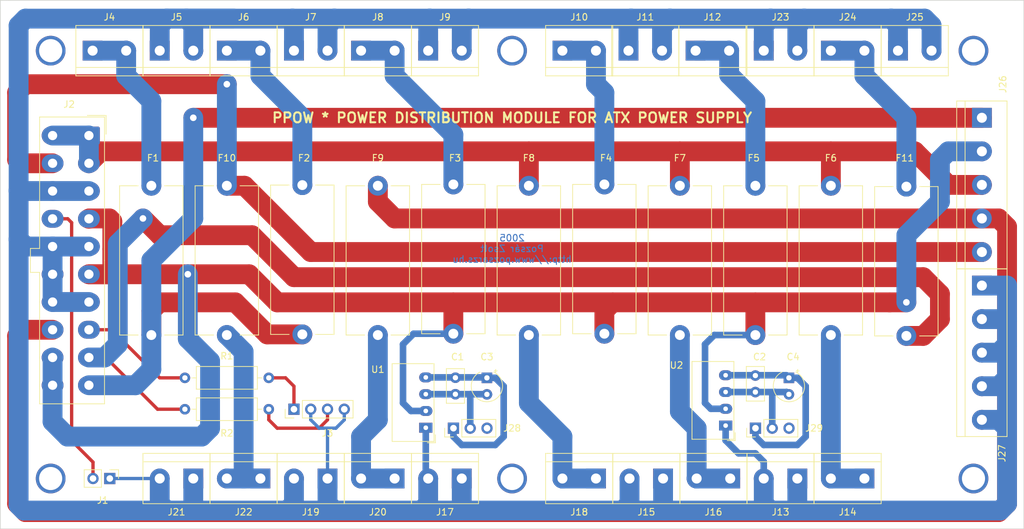
<source format=kicad_pcb>
(kicad_pcb (version 20211014) (generator pcbnew)
  (title_block (title "PPOW - Power distribution modul") (date "2025-05-15") (rev "1.0") (company "Pozsár Zsolt") (comment 1 "Zaccheus Microcomputer"))
  (layers (0 "F.Cu" signal) (31 "B.Cu" signal) (34 "B.Paste" user) (35 "F.Paste" user) (36 "B.SilkS" user "B.Silkscreen") (37 "F.SilkS" user "F.Silkscreen") (38 "B.Mask" user) (39 "F.Mask" user) (44 "Edge.Cuts" user))
  (net 0 "")
  (net 1 "Net-(U1-Pad4)")
  (net 2 "Net-(F6-Pad2)")
  (net 3 "Net-(F5-Pad2)")
  (net 4 "Net-(F4-Pad2)")
  (net 5 "Net-(F3-Pad2)")
  (net 6 "Net-(F2-Pad2)")
  (net 7 "Net-(F1-Pad2)")
  (net 8 "Net-(F7-Pad2)")
  (net 9 "Net-(F8-Pad2)")
  (net 10 "Net-(F9-Pad2)")
  (net 11 "Net-(F10-Pad2)")
  (net 12 "Net-(F11-Pad2)")
  (net 13 "Net-(F1-Pad1)")
  (net 14 "Net-(F3-Pad1)")
  (net 15 "Net-(U1-Pad3)")
  (net 16 "Net-(C2-Pad1)")
  (net 17 "Net-(J2-Pad8)")
  (net 18 "Net-(C2-Pad2)")
  (net 21 "Net-(J3-Pad1)")
  (net 22 "Net-(J3-Pad3)")
  (net 23 "Net-(F6-Pad1)")
  (net 24 "Net-(F9-Pad1)")
  (net 25 "Net-(F10-Pad1)")
  (net 26 "Net-(F11-Pad1)")
  (net 27 "Net-(J1-Pad1)")
  (net 28 "Net-(J1-Pad2)")
  (footprint "Capacitor_THT:C_Disc_D5.0mm_W2.5mm_P2.50mm" (layer "F.Cu") (at 176.53 120.3025 -90)
    (fp_text reference "C2" (at -2.8275 -0.635 180) (layer "F.SilkS"))
    (fp_text value "100n")
    (pad "1" thru_hole circle (at 0 0 270) (size 1.6 1.6) (drill 0.8) (layers *.Cu *.Mask) (net 16 "Net-(C2-Pad1)"))
    (pad "2" thru_hole circle (at 2.5 0 270) (size 1.6 1.6) (drill 0.8) (layers *.Cu *.Mask) (net 18 "Net-(C2-Pad2)"))
  )
  (footprint "TerminalBlock:TerminalBlock_bornier-2_P5.08mm" (layer "F.Cu") (at 111.76 135.89 180)
    (fp_text reference "J19" (at 2.54 -5.08) (layer "F.SilkS"))
    (fp_text value "Screw_Terminal_01x02" hide)
    (pad "1" thru_hole rect (at 0 0 180) (size 3 3) (drill 1.52) (layers *.Cu *.Mask) (net 27 "Net-(J1-Pad1)"))
    (pad "2" thru_hole circle (at 5.08 0 180) (size 3 3) (drill 1.52) (layers *.Cu *.Mask) (net 27 "Net-(J1-Pad1)"))
  )
  (footprint "Fuse:Fuseholder_Cylinder-5x20mm_Stelvio-Kontek_PTF78_Horizontal_Open" (layer "F.Cu") (at 119.38 91.57 -90)
    (fp_text reference "F9" (at -4.194 0 180) (layer "F.SilkS"))
    (fp_text value "Fuse" hide)
    (pad "1" thru_hole circle (at 0 0 270) (size 3 3) (drill 1.5) (layers *.Cu *.Mask) (net 24 "Net-(F9-Pad1)"))
    (pad "2" thru_hole circle (at 22.6 0 270) (size 3 3) (drill 1.5) (layers *.Cu *.Mask) (net 10 "Net-(F9-Pad2)"))
  )
  (footprint "Fuse:Fuseholder_Cylinder-5x20mm_Stelvio-Kontek_PTF78_Horizontal_Open" (layer "F.Cu") (at 187.96 91.57 -90)
    (fp_text reference "F6" (at -4.194 0 180) (layer "F.SilkS"))
    (fp_text value "Fuse" hide)
    (pad "1" thru_hole circle (at 0 0 270) (size 3 3) (drill 1.5) (layers *.Cu *.Mask) (net 23 "Net-(F6-Pad1)"))
    (pad "2" thru_hole circle (at 22.6 0 270) (size 3 3) (drill 1.5) (layers *.Cu *.Mask) (net 2 "Net-(F6-Pad2)"))
  )
  (footprint "Converter_DCDC:Converter_DCDC_Murata_CRE1xxxxxxSC_THT" (layer "F.Cu") (at 126.6375 128.2025 180)
    (fp_text reference "U1" (at 7.2575 8.8225) (layer "F.SilkS"))
    (fp_text value "ROM-0524S")
    (pad "1" thru_hole rect (at 0 0 90) (size 1.5 2) (drill 0.7) (layers *.Cu *.Mask) (net 27 "Net-(J1-Pad1)"))
    (pad "2" thru_hole oval (at 0 2.54 90) (size 1.5 2) (drill 0.7) (layers *.Cu *.Mask) (net 14 "Net-(F3-Pad1)"))
    (pad "3" thru_hole oval (at 0 5.08 90) (size 1.5 2) (drill 0.7) (layers *.Cu *.Mask) (net 15 "Net-(U1-Pad3)"))
    (pad "4" thru_hole oval (at 0 7.62 90) (size 1.5 2) (drill 0.7) (layers *.Cu *.Mask) (net 1 "Net-(U1-Pad4)"))
  )
  (footprint "Converter_DCDC:Converter_DCDC_Murata_CRE1xxxxxxSC_THT" (layer "F.Cu") (at 172.0275 127.875 180)
    (fp_text reference "U2" (at 7.4355 9.13) (layer "F.SilkS"))
    (fp_text value "ROM-0524S")
    (pad "1" thru_hole rect (at 0 0 90) (size 1.5 2) (drill 0.7) (layers *.Cu *.Mask) (net 27 "Net-(J1-Pad1)"))
    (pad "2" thru_hole oval (at 0 2.54 90) (size 1.5 2) (drill 0.7) (layers *.Cu *.Mask) (net 14 "Net-(F3-Pad1)"))
    (pad "3" thru_hole oval (at 0 5.08 90) (size 1.5 2) (drill 0.7) (layers *.Cu *.Mask) (net 18 "Net-(C2-Pad2)"))
    (pad "4" thru_hole oval (at 0 7.62 90) (size 1.5 2) (drill 0.7) (layers *.Cu *.Mask) (net 16 "Net-(C2-Pad1)"))
  )
  (footprint "Resistor_THT:R_Axial_DIN0309_L9.0mm_D3.2mm_P12.70mm_Horizontal" (layer "F.Cu") (at 90.17 120.65)
    (fp_text reference "R1" (at 6.35 -3.302) (layer "F.SilkS"))
    (fp_text value "470")
    (pad "1" thru_hole circle (at 0 0) (size 1.6 1.6) (drill 0.8) (layers *.Cu *.Mask) (net 17 "Net-(J2-Pad8)"))
    (pad "2" thru_hole oval (at 12.7 0) (size 1.6 1.6) (drill 0.8) (layers *.Cu *.Mask) (net 21 "Net-(J3-Pad1)"))
  )
  (footprint "Fuse:Fuseholder_Cylinder-5x20mm_Stelvio-Kontek_PTF78_Horizontal_Open" (layer "F.Cu") (at 107.95 114.07 90)
    (fp_text reference "F2" (at 26.694 0.254 180) (layer "F.SilkS"))
    (fp_text value "Fuse" hide)
    (pad "1" thru_hole circle (at 0 0 90) (size 3 3) (drill 1.5) (layers *.Cu *.Mask) (net 13 "Net-(F1-Pad1)"))
    (pad "2" thru_hole circle (at 22.6 0 90) (size 3 3) (drill 1.5) (layers *.Cu *.Mask) (net 6 "Net-(F2-Pad2)"))
  )
  (footprint "TerminalBlock:TerminalBlock_bornier-2_P5.08mm" (layer "F.Cu") (at 177.8 71.12)
    (fp_text reference "J23" (at 2.54 -5.08) (layer "F.SilkS"))
    (fp_text value "Screw_Terminal_01x02" hide)
    (pad "1" thru_hole rect (at 0 0) (size 3 3) (drill 1.52) (layers *.Cu *.Mask) (net 27 "Net-(J1-Pad1)"))
    (pad "2" thru_hole circle (at 5.08 0) (size 3 3) (drill 1.52) (layers *.Cu *.Mask) (net 27 "Net-(J1-Pad1)"))
  )
  (footprint "TerminalBlock:TerminalBlock_bornier-2_P5.08mm" (layer "F.Cu") (at 193.04 135.89 180)
    (fp_text reference "J14" (at 2.54 -5.08) (layer "F.SilkS"))
    (fp_text value "Screw_Terminal_01x02" hide)
    (pad "1" thru_hole rect (at 0 0 180) (size 3 3) (drill 1.52) (layers *.Cu *.Mask) (net 2 "Net-(F6-Pad2)"))
    (pad "2" thru_hole circle (at 5.08 0 180) (size 3 3) (drill 1.52) (layers *.Cu *.Mask) (net 2 "Net-(F6-Pad2)"))
  )
  (footprint "TerminalBlock:TerminalBlock_bornier-2_P5.08mm" (layer "F.Cu") (at 198.12 71.12)
    (fp_text reference "J25" (at 2.54 -5.08) (layer "F.SilkS"))
    (fp_text value "Screw_Terminal_01x02" hide)
    (pad "1" thru_hole rect (at 0 0) (size 3 3) (drill 1.52) (layers *.Cu *.Mask) (net 27 "Net-(J1-Pad1)"))
    (pad "2" thru_hole circle (at 5.08 0) (size 3 3) (drill 1.52) (layers *.Cu *.Mask) (net 27 "Net-(J1-Pad1)"))
  )
  (footprint "TerminalBlock:TerminalBlock_bornier-2_P5.08mm" (layer "F.Cu") (at 132.08 135.89 180)
    (fp_text reference "J17" (at 2.54 -5.08) (layer "F.SilkS"))
    (fp_text value "Screw_Terminal_01x02" hide)
    (pad "1" thru_hole rect (at 0 0 180) (size 3 3) (drill 1.52) (layers *.Cu *.Mask) (net 27 "Net-(J1-Pad1)"))
    (pad "2" thru_hole circle (at 5.08 0 180) (size 3 3) (drill 1.52) (layers *.Cu *.Mask) (net 27 "Net-(J1-Pad1)"))
  )
  (footprint "Connector_PinHeader_2.54mm:PinHeader_1x03_P2.54mm_Vertical" (layer "F.Cu") (at 176.545 128.27 90)
    (fp_text reference "J29" (at 0 8.875 180) (layer "F.SilkS"))
    (fp_text value "Conn_01x03_Male" hide)
    (pad "1" thru_hole rect (at 0 0 90) (size 1.7 1.7) (drill 1) (layers *.Cu *.Mask) (net 16 "Net-(C2-Pad1)"))
    (pad "2" thru_hole oval (at 0 2.54 90) (size 1.7 1.7) (drill 1) (layers *.Cu *.Mask) (net 18 "Net-(C2-Pad2)"))
    (pad "3" thru_hole oval (at 0 5.08 90) (size 1.7 1.7) (drill 1) (layers *.Cu *.Mask))
  )
  (footprint "Capacitor_THT:C_Disc_D5.0mm_W2.5mm_P2.50mm" (layer "F.Cu") (at 131.12 120.63 -90)
    (fp_text reference "C1" (at -3.155 -0.325) (layer "F.SilkS"))
    (fp_text value "100n")
    (pad "1" thru_hole circle (at 0 0 270) (size 1.6 1.6) (drill 0.8) (layers *.Cu *.Mask) (net 1 "Net-(U1-Pad4)"))
    (pad "2" thru_hole circle (at 2.5 0 270) (size 1.6 1.6) (drill 0.8) (layers *.Cu *.Mask) (net 15 "Net-(U1-Pad3)"))
  )
  (footprint "Fuse:Fuseholder_Cylinder-5x20mm_Stelvio-Kontek_PTF78_Horizontal_Open" (layer "F.Cu") (at 199.39 114.3 90)
    (fp_text reference "F11" (at 26.924 -0.254 180) (layer "F.SilkS"))
    (fp_text value "Fuse" hide)
    (pad "1" thru_hole circle (at 0 0 90) (size 3 3) (drill 1.5) (layers *.Cu *.Mask) (net 26 "Net-(F11-Pad1)"))
    (pad "2" thru_hole circle (at 22.6 0 90) (size 3 3) (drill 1.5) (layers *.Cu *.Mask) (net 12 "Net-(F11-Pad2)"))
  )
  (footprint "Fuse:Fuseholder_Cylinder-5x20mm_Stelvio-Kontek_PTF78_Horizontal_Open" (layer "F.Cu") (at 142.24 91.57 -90)
    (fp_text reference "F8" (at -4.194 0 180) (layer "F.SilkS"))
    (fp_text value "Fuse" hide)
    (pad "1" thru_hole circle (at 0 0 270) (size 3 3) (drill 1.5) (layers *.Cu *.Mask) (net 23 "Net-(F6-Pad1)"))
    (pad "2" thru_hole circle (at 22.6 0 270) (size 3 3) (drill 1.5) (layers *.Cu *.Mask) (net 9 "Net-(F8-Pad2)"))
  )
  (footprint "Capacitor_THT:CP_Radial_Tantal_D4.5mm_P2.50mm" (layer "F.Cu") (at 135.89 120.65 -90)
    (fp_text reference "C3" (at -3.175 0 180) (layer "F.SilkS"))
    (fp_text value "10u 35V")
    (pad "1" thru_hole rect (at 0 0 270) (size 1.6 1.6) (drill 0.8) (layers *.Cu *.Mask) (net 1 "Net-(U1-Pad4)"))
    (pad "2" thru_hole circle (at 2.5 0 270) (size 1.6 1.6) (drill 0.8) (layers *.Cu *.Mask) (net 15 "Net-(U1-Pad3)"))
  )
  (footprint "TerminalBlock:TerminalBlock_bornier-5_P5.08mm" (layer "F.Cu") (at 210.82 106.68 -90)
    (fp_text reference "J27" (at 25.4 -3.048 90) (layer "F.SilkS"))
    (fp_text value "Screw_Terminal_01x05" hide)
    (pad "1" thru_hole rect (at 0 0 270) (size 3 3) (drill 1.52) (layers *.Cu *.Mask) (net 27 "Net-(J1-Pad1)"))
    (pad "2" thru_hole circle (at 5.08 0 270) (size 3 3) (drill 1.52) (layers *.Cu *.Mask) (net 27 "Net-(J1-Pad1)"))
    (pad "3" thru_hole circle (at 10.16 0 270) (size 3 3) (drill 1.52) (layers *.Cu *.Mask) (net 27 "Net-(J1-Pad1)"))
    (pad "4" thru_hole circle (at 15.24 0 270) (size 3 3) (drill 1.52) (layers *.Cu *.Mask) (net 27 "Net-(J1-Pad1)"))
    (pad "5" thru_hole circle (at 20.32 0 270) (size 3 3) (drill 1.52) (layers *.Cu *.Mask) (net 27 "Net-(J1-Pad1)"))
  )
  (footprint "Fuse:Fuseholder_Cylinder-5x20mm_Stelvio-Kontek_PTF78_Horizontal_Open" (layer "F.Cu") (at 130.81 113.97 90)
    (fp_text reference "F3" (at 26.594 0.254 180) (layer "F.SilkS"))
    (fp_text value "Fuse" hide)
    (pad "1" thru_hole circle (at 0 0 90) (size 3 3) (drill 1.5) (layers *.Cu *.Mask) (net 14 "Net-(F3-Pad1)"))
    (pad "2" thru_hole circle (at 22.6 0 90) (size 3 3) (drill 1.5) (layers *.Cu *.Mask) (net 5 "Net-(F3-Pad2)"))
  )
  (footprint "TerminalBlock:TerminalBlock_bornier-2_P5.08mm" (layer "F.Cu") (at 116.84 71.12)
    (fp_text reference "J8" (at 2.54 -5.08) (layer "F.SilkS"))
    (fp_text value "Screw_Terminal_01x02" hide)
    (pad "1" thru_hole rect (at 0 0) (size 3 3) (drill 1.52) (layers *.Cu *.Mask) (net 5 "Net-(F3-Pad2)"))
    (pad "2" thru_hole circle (at 5.08 0) (size 3 3) (drill 1.52) (layers *.Cu *.Mask) (net 5 "Net-(F3-Pad2)"))
  )
  (footprint "TerminalBlock:TerminalBlock_bornier-2_P5.08mm" (layer "F.Cu") (at 152.4 135.89 180)
    (fp_text reference "J18" (at 2.54 -5.08) (layer "F.SilkS"))
    (fp_text value "Screw_Terminal_01x02" hide)
    (pad "1" thru_hole rect (at 0 0 180) (size 3 3) (drill 1.52) (layers *.Cu *.Mask) (net 9 "Net-(F8-Pad2)"))
    (pad "2" thru_hole circle (at 5.08 0 180) (size 3 3) (drill 1.52) (layers *.Cu *.Mask) (net 9 "Net-(F8-Pad2)"))
  )
  (footprint "TerminalBlock:TerminalBlock_bornier-2_P5.08mm" (layer "F.Cu") (at 91.44 135.89 180)
    (fp_text reference "J21" (at 2.54 -5.08) (layer "F.SilkS"))
    (fp_text value "Screw_Terminal_01x02" hide)
    (pad "1" thru_hole rect (at 0 0 180) (size 3 3) (drill 1.52) (layers *.Cu *.Mask) (net 27 "Net-(J1-Pad1)"))
    (pad "2" thru_hole circle (at 5.08 0 180) (size 3 3) (drill 1.52) (layers *.Cu *.Mask) (net 27 "Net-(J1-Pad1)"))
  )
  (footprint "Connector_PinHeader_2.54mm:PinHeader_1x04_P2.54mm_Vertical" (layer "F.Cu") (at 106.68 125.4 90)
    (fp_text reference "J3" (at -3.632 5.08 180) (layer "F.SilkS"))
    (fp_text value "Conn_01x04_Male" hide)
    (pad "1" thru_hole rect (at 0 0 90) (size 1.7 1.7) (drill 1) (layers *.Cu *.Mask) (net 21 "Net-(J3-Pad1)"))
    (pad "2" thru_hole oval (at 0 2.54 90) (size 1.7 1.7) (drill 1) (layers *.Cu *.Mask) (net 27 "Net-(J1-Pad1)"))
    (pad "3" thru_hole oval (at 0 5.08 90) (size 1.7 1.7) (drill 1) (layers *.Cu *.Mask) (net 22 "Net-(J3-Pad3)"))
    (pad "4" thru_hole oval (at 0 7.62 90) (size 1.7 1.7) (drill 1) (layers *.Cu *.Mask) (net 27 "Net-(J1-Pad1)"))
  )
  (footprint "TerminalBlock:TerminalBlock_bornier-2_P5.08mm" (layer "F.Cu") (at 157.32 71.12)
    (fp_text reference "J11" (at 2.54 -5.08) (layer "F.SilkS"))
    (fp_text value "Screw_Terminal_01x02" hide)
    (pad "1" thru_hole rect (at 0 0) (size 3 3) (drill 1.52) (layers *.Cu *.Mask) (net 27 "Net-(J1-Pad1)"))
    (pad "2" thru_hole circle (at 5.08 0) (size 3 3) (drill 1.52) (layers *.Cu *.Mask) (net 27 "Net-(J1-Pad1)"))
  )
  (footprint "TerminalBlock:TerminalBlock_bornier-2_P5.08mm" (layer "F.Cu") (at 121.92 135.89 180)
    (fp_text reference "J20" (at 2.54 -5.08) (layer "F.SilkS"))
    (fp_text value "Screw_Terminal_01x02" hide)
    (pad "1" thru_hole rect (at 0 0 180) (size 3 3) (drill 1.52) (layers *.Cu *.Mask) (net 10 "Net-(F9-Pad2)"))
    (pad "2" thru_hole circle (at 5.08 0 180) (size 3 3) (drill 1.52) (layers *.Cu *.Mask) (net 10 "Net-(F9-Pad2)"))
  )
  (footprint "TerminalBlock:TerminalBlock_bornier-2_P5.08mm" (layer "F.Cu") (at 86.36 71.12)
    (fp_text reference "J5" (at 2.54 -5.08) (layer "F.SilkS"))
    (fp_text value "Screw_Terminal_01x02" hide)
    (pad "1" thru_hole rect (at 0 0) (size 3 3) (drill 1.52) (layers *.Cu *.Mask) (net 27 "Net-(J1-Pad1)"))
    (pad "2" thru_hole circle (at 5.08 0) (size 3 3) (drill 1.52) (layers *.Cu *.Mask) (net 27 "Net-(J1-Pad1)"))
  )
  (footprint "Fuse:Fuseholder_Cylinder-5x20mm_Stelvio-Kontek_PTF78_Horizontal_Open" (layer "F.Cu") (at 96.52 91.57 -90)
    (fp_text reference "F10" (at -4.194 0 180) (layer "F.SilkS"))
    (fp_text value "Fuse" hide)
    (pad "1" thru_hole circle (at 0 0 270) (size 3 3) (drill 1.5) (layers *.Cu *.Mask) (net 25 "Net-(F10-Pad1)"))
    (pad "2" thru_hole circle (at 22.6 0 270) (size 3 3) (drill 1.5) (layers *.Cu *.Mask) (net 11 "Net-(F10-Pad2)"))
  )
  (footprint "TerminalBlock:TerminalBlock_bornier-2_P5.08mm" (layer "F.Cu") (at 106.68 71.12)
    (fp_text reference "J7" (at 2.54 -5.08) (layer "F.SilkS"))
    (fp_text value "Screw_Terminal_01x02" hide)
    (pad "1" thru_hole rect (at 0 0) (size 3 3) (drill 1.52) (layers *.Cu *.Mask) (net 27 "Net-(J1-Pad1)"))
    (pad "2" thru_hole circle (at 5.08 0) (size 3 3) (drill 1.52) (layers *.Cu *.Mask) (net 27 "Net-(J1-Pad1)"))
  )
  (footprint "TerminalBlock:TerminalBlock_bornier-2_P5.08mm" (layer "F.Cu") (at 96.52 71.12)
    (fp_text reference "J6" (at 2.54 -5.08) (layer "F.SilkS"))
    (fp_text value "Screw_Terminal_01x02" hide)
    (pad "1" thru_hole rect (at 0 0) (size 3 3) (drill 1.52) (layers *.Cu *.Mask) (net 6 "Net-(F2-Pad2)"))
    (pad "2" thru_hole circle (at 5.08 0) (size 3 3) (drill 1.52) (layers *.Cu *.Mask) (net 6 "Net-(F2-Pad2)"))
  )
  (footprint "TerminalBlock:TerminalBlock_bornier-2_P5.08mm" (layer "F.Cu") (at 101.6 135.89 180)
    (fp_text reference "J22" (at 2.54 -5.08) (layer "F.SilkS"))
    (fp_text value "Screw_Terminal_01x02" hide)
    (pad "1" thru_hole rect (at 0 0 180) (size 3 3) (drill 1.52) (layers *.Cu *.Mask) (net 11 "Net-(F10-Pad2)"))
    (pad "2" thru_hole circle (at 5.08 0 180) (size 3 3) (drill 1.52) (layers *.Cu *.Mask) (net 11 "Net-(F10-Pad2)"))
  )
  (footprint "Connector_Molex:Molex_Mini-Fit_Jr_5566-20A_2x10_P4.20mm_Vertical" (layer "F.Cu") (at 75.64 83.97 -90)
    (fp_text reference "J2" (at -4.722 2.996 180) (layer "F.SilkS"))
    (fp_text value "ATX-20")
    (pad "1" thru_hole roundrect (at 0 0 270) (size 2.7 3.3) (drill 1.4) (layers *.Cu *.Mask) (roundrect_rratio 0.09259296296) (net 23 "Net-(F6-Pad1)"))
    (pad "2" thru_hole oval (at 4.2 0 270) (size 2.7 3.3) (drill 1.4) (layers *.Cu *.Mask) (net 23 "Net-(F6-Pad1)"))
    (pad "3" thru_hole oval (at 8.4 0 270) (size 2.7 3.3) (drill 1.4) (layers *.Cu *.Mask) (net 27 "Net-(J1-Pad1)"))
    (pad "4" thru_hole oval (at 12.6 0 270) (size 2.7 3.3) (drill 1.4) (layers *.Cu *.Mask) (net 14 "Net-(F3-Pad1)"))
    (pad "5" thru_hole oval (at 16.8 0 270) (size 2.7 3.3) (drill 1.4) (layers *.Cu *.Mask) (net 27 "Net-(J1-Pad1)"))
    (pad "6" thru_hole oval (at 21 0 270) (size 2.7 3.3) (drill 1.4) (layers *.Cu *.Mask) (net 14 "Net-(F3-Pad1)"))
    (pad "7" thru_hole oval (at 25.2 0 270) (size 2.7 3.3) (drill 1.4) (layers *.Cu *.Mask) (net 27 "Net-(J1-Pad1)"))
    (pad "8" thru_hole oval (at 29.4 0 270) (size 2.7 3.3) (drill 1.4) (layers *.Cu *.Mask) (net 17 "Net-(J2-Pad8)"))
    (pad "9" thru_hole oval (at 33.6 0 270) (size 2.7 3.3) (drill 1.4) (layers *.Cu *.Mask) (net 26 "Net-(F11-Pad1)"))
    (pad "10" thru_hole oval (at 37.8 0 270) (size 2.7 3.3) (drill 1.4) (layers *.Cu *.Mask) (net 13 "Net-(F1-Pad1)"))
    (pad "11" thru_hole oval (at 0 5.5 270) (size 2.7 3.3) (drill 1.4) (layers *.Cu *.Mask) (net 23 "Net-(F6-Pad1)"))
    (pad "12" thru_hole oval (at 4.2 5.5 270) (size 2.7 3.3) (drill 1.4) (layers *.Cu *.Mask) (net 25 "Net-(F10-Pad1)"))
    (pad "13" thru_hole oval (at 8.4 5.5 270) (size 2.7 3.3) (drill 1.4) (layers *.Cu *.Mask) (net 27 "Net-(J1-Pad1)"))
    (pad "14" thru_hole oval (at 12.6 5.5 270) (size 2.7 3.3) (drill 1.4) (layers *.Cu *.Mask) (net 28 "Net-(J1-Pad2)"))
    (pad "15" thru_hole oval (at 16.8 5.5 270) (size 2.7 3.3) (drill 1.4) (layers *.Cu *.Mask) (net 27 "Net-(J1-Pad1)"))
    (pad "16" thru_hole oval (at 21 5.5 270) (size 2.7 3.3) (drill 1.4) (layers *.Cu *.Mask) (net 27 "Net-(J1-Pad1)"))
    (pad "17" thru_hole oval (at 25.2 5.5 270) (size 2.7 3.3) (drill 1.4) (layers *.Cu *.Mask) (net 27 "Net-(J1-Pad1)"))
    (pad "18" thru_hole oval (at 29.4 5.5 270) (size 2.7 3.3) (drill 1.4) (layers *.Cu *.Mask) (net 24 "Net-(F9-Pad1)"))
    (pad "19" thru_hole oval (at 33.6 5.5 270) (size 2.7 3.3) (drill 1.4) (layers *.Cu *.Mask) (net 14 "Net-(F3-Pad1)"))
    (pad "20" thru_hole oval (at 37.8 5.5 270) (size 2.7 3.3) (drill 1.4) (layers *.Cu *.Mask) (net 14 "Net-(F3-Pad1)"))
  )
  (footprint "TerminalBlock:TerminalBlock_bornier-2_P5.08mm" (layer "F.Cu") (at 127 71.12)
    (fp_text reference "J9" (at 2.54 -5.08) (layer "F.SilkS"))
    (fp_text value "Screw_Terminal_01x02" hide)
    (pad "1" thru_hole rect (at 0 0) (size 3 3) (drill 1.52) (layers *.Cu *.Mask) (net 27 "Net-(J1-Pad1)"))
    (pad "2" thru_hole circle (at 5.08 0) (size 3 3) (drill 1.52) (layers *.Cu *.Mask) (net 27 "Net-(J1-Pad1)"))
  )
  (footprint "Fuse:Fuseholder_Cylinder-5x20mm_Stelvio-Kontek_PTF78_Horizontal_Open" (layer "F.Cu") (at 176.53 114.17 90)
    (fp_text reference "F5" (at 26.794 -0.254 180) (layer "F.SilkS"))
    (fp_text value "Fuse" hide)
    (pad "1" thru_hole circle (at 0 0 90) (size 3 3) (drill 1.5) (layers *.Cu *.Mask) (net 14 "Net-(F3-Pad1)"))
    (pad "2" thru_hole circle (at 22.6 0 90) (size 3 3) (drill 1.5) (layers *.Cu *.Mask) (net 3 "Net-(F5-Pad2)"))
  )
  (footprint "TerminalBlock:TerminalBlock_bornier-2_P5.08mm" (layer "F.Cu") (at 147.32 71.12)
    (fp_text reference "J10" (at 2.54 -5.08) (layer "F.SilkS"))
    (fp_text value "Screw_Terminal_01x02" hide)
    (pad "1" thru_hole rect (at 0 0) (size 3 3) (drill 1.52) (layers *.Cu *.Mask) (net 4 "Net-(F4-Pad2)"))
    (pad "2" thru_hole circle (at 5.08 0) (size 3 3) (drill 1.52) (layers *.Cu *.Mask) (net 4 "Net-(F4-Pad2)"))
  )
  (footprint "TerminalBlock:TerminalBlock_bornier-2_P5.08mm" (layer "F.Cu") (at 187.96 71.12)
    (fp_text reference "J24" (at 2.54 -5.08) (layer "F.SilkS"))
    (fp_text value "Screw_Terminal_01x02" hide)
    (pad "1" thru_hole rect (at 0 0) (size 3 3) (drill 1.52) (layers *.Cu *.Mask) (net 12 "Net-(F11-Pad2)"))
    (pad "2" thru_hole circle (at 5.08 0) (size 3 3) (drill 1.52) (layers *.Cu *.Mask) (net 12 "Net-(F11-Pad2)"))
  )
  (footprint "TerminalBlock:TerminalBlock_bornier-2_P5.08mm" (layer "F.Cu") (at 76.2 71.12)
    (fp_text reference "J4" (at 2.54 -5.08) (layer "F.SilkS"))
    (fp_text value "Screw_Terminal_01x02" hide)
    (pad "1" thru_hole rect (at 0 0) (size 3 3) (drill 1.52) (layers *.Cu *.Mask) (net 7 "Net-(F1-Pad2)"))
    (pad "2" thru_hole circle (at 5.08 0) (size 3 3) (drill 1.52) (layers *.Cu *.Mask) (net 7 "Net-(F1-Pad2)"))
  )
  (footprint "Connector_PinHeader_2.54mm:PinHeader_1x02_P2.54mm_Vertical" (layer "F.Cu") (at 78.8 135.89 -90)
    (fp_text reference "J1" (at 3.302 1.076) (layer "F.SilkS"))
    (fp_text value "Conn_01x02_Male" hide)
    (pad "1" thru_hole rect (at 0 0 270) (size 1.7 1.7) (drill 1) (layers *.Cu *.Mask) (net 27 "Net-(J1-Pad1)"))
    (pad "2" thru_hole oval (at 0 2.54 270) (size 1.7 1.7) (drill 1) (layers *.Cu *.Mask) (net 28 "Net-(J1-Pad2)"))
  )
  (footprint "TerminalBlock:TerminalBlock_bornier-2_P5.08mm" (layer "F.Cu") (at 172.72 135.89 180)
    (fp_text reference "J16" (at 2.54 -5.08) (layer "F.SilkS"))
    (fp_text value "Screw_Terminal_01x02" hide)
    (pad "1" thru_hole rect (at 0 0 180) (size 3 3) (drill 1.52) (layers *.Cu *.Mask) (net 8 "Net-(F7-Pad2)"))
    (pad "2" thru_hole circle (at 5.08 0 180) (size 3 3) (drill 1.52) (layers *.Cu *.Mask) (net 8 "Net-(F7-Pad2)"))
  )
  (footprint "TerminalBlock:TerminalBlock_bornier-2_P5.08mm" (layer "F.Cu") (at 162.56 135.89 180)
    (fp_text reference "J15" (at 2.54 -5.08) (layer "F.SilkS"))
    (fp_text value "Screw_Terminal_01x02" hide)
    (pad "1" thru_hole rect (at 0 0 180) (size 3 3) (drill 1.52) (layers *.Cu *.Mask) (net 27 "Net-(J1-Pad1)"))
    (pad "2" thru_hole circle (at 5.08 0 180) (size 3 3) (drill 1.52) (layers *.Cu *.Mask) (net 27 "Net-(J1-Pad1)"))
  )
  (footprint "Connector_PinHeader_2.54mm:PinHeader_1x03_P2.54mm_Vertical" (layer "F.Cu") (at 130.825 128.27 90)
    (fp_text reference "J28" (at 0 8.875 180) (layer "F.SilkS"))
    (fp_text value "Conn_01x03_Male" hide)
    (pad "1" thru_hole rect (at 0 0 90) (size 1.7 1.7) (drill 1) (layers *.Cu *.Mask) (net 1 "Net-(U1-Pad4)"))
    (pad "2" thru_hole oval (at 0 2.54 90) (size 1.7 1.7) (drill 1) (layers *.Cu *.Mask) (net 15 "Net-(U1-Pad3)"))
    (pad "3" thru_hole oval (at 0 5.08 90) (size 1.7 1.7) (drill 1) (layers *.Cu *.Mask))
  )
  (footprint "TerminalBlock:TerminalBlock_bornier-2_P5.08mm" (layer "F.Cu") (at 167.48 71.12)
    (fp_text reference "J12" (at 2.54 -5.08) (layer "F.SilkS"))
    (fp_text value "Screw_Terminal_01x02" hide)
    (pad "1" thru_hole rect (at 0 0) (size 3 3) (drill 1.52) (layers *.Cu *.Mask) (net 3 "Net-(F5-Pad2)"))
    (pad "2" thru_hole circle (at 5.08 0) (size 3 3) (drill 1.52) (layers *.Cu *.Mask) (net 3 "Net-(F5-Pad2)"))
  )
  (footprint "Resistor_THT:R_Axial_DIN0309_L9.0mm_D3.2mm_P12.70mm_Horizontal" (layer "F.Cu") (at 90.17 125.4)
    (fp_text reference "R2" (at 6.35 3.632) (layer "F.SilkS"))
    (fp_text value "470")
    (pad "1" thru_hole circle (at 0 0) (size 1.6 1.6) (drill 0.8) (layers *.Cu *.Mask) (net 26 "Net-(F11-Pad1)"))
    (pad "2" thru_hole oval (at 12.7 0) (size 1.6 1.6) (drill 0.8) (layers *.Cu *.Mask) (net 22 "Net-(J3-Pad3)"))
  )
  (footprint "Fuse:Fuseholder_Cylinder-5x20mm_Stelvio-Kontek_PTF78_Horizontal_Open" (layer "F.Cu") (at 85.09 114.17 90)
    (fp_text reference "F1" (at 26.794 0.254 180) (layer "F.SilkS"))
    (fp_text value "Fuse" hide)
    (pad "1" thru_hole circle (at 0 0 90) (size 3 3) (drill 1.5) (layers *.Cu *.Mask) (net 13 "Net-(F1-Pad1)"))
    (pad "2" thru_hole circle (at 22.6 0 90) (size 3 3) (drill 1.5) (layers *.Cu *.Mask) (net 7 "Net-(F1-Pad2)"))
  )
  (footprint "TerminalBlock:TerminalBlock_bornier-5_P5.08mm" (layer "F.Cu") (at 210.82 81.28 -90)
    (fp_text reference "J26" (at -5.08 -3.175 -90) (layer "F.SilkS"))
    (fp_text value "Screw_Terminal_01x05" hide)
    (pad "1" thru_hole rect (at 0 0 270) (size 3 3) (drill 1.52) (layers *.Cu *.Mask) (net 13 "Net-(F1-Pad1)"))
    (pad "2" thru_hole circle (at 5.08 0 270) (size 3 3) (drill 1.52) (layers *.Cu *.Mask) (net 14 "Net-(F3-Pad1)"))
    (pad "3" thru_hole circle (at 10.16 0 270) (size 3 3) (drill 1.52) (layers *.Cu *.Mask) (net 23 "Net-(F6-Pad1)"))
    (pad "4" thru_hole circle (at 15.24 0 270) (size 3 3) (drill 1.52) (layers *.Cu *.Mask) (net 24 "Net-(F9-Pad1)"))
    (pad "5" thru_hole circle (at 20.32 0 270) (size 3 3) (drill 1.52) (layers *.Cu *.Mask) (net 25 "Net-(F10-Pad1)"))
  )
  (footprint "Fuse:Fuseholder_Cylinder-5x20mm_Stelvio-Kontek_PTF78_Horizontal_Open" (layer "F.Cu") (at 153.67 113.97 90)
    (fp_text reference "F4" (at 26.594 0.254 180) (layer "F.SilkS"))
    (fp_text value "Fuse" hide)
    (pad "1" thru_hole circle (at 0 0 90) (size 3 3) (drill 1.5) (layers *.Cu *.Mask) (net 14 "Net-(F3-Pad1)"))
    (pad "2" thru_hole circle (at 22.6 0 90) (size 3 3) (drill 1.5) (layers *.Cu *.Mask) (net 4 "Net-(F4-Pad2)"))
  )
  (footprint "Capacitor_THT:CP_Radial_Tantal_D4.5mm_P2.50mm" (layer "F.Cu") (at 181.61 120.65 -90)
    (fp_text reference "C4" (at -3.175 -0.635 180) (layer "F.SilkS"))
    (fp_text value "10u 35V")
    (pad "1" thru_hole rect (at 0 0 270) (size 1.6 1.6) (drill 0.8) (layers *.Cu *.Mask) (net 16 "Net-(C2-Pad1)"))
    (pad "2" thru_hole circle (at 2.5 0 270) (size 1.6 1.6) (drill 0.8) (layers *.Cu *.Mask) (net 18 "Net-(C2-Pad2)"))
  )
  (footprint "TerminalBlock:TerminalBlock_bornier-2_P5.08mm" (layer "F.Cu") (at 182.88 135.89 180)
    (fp_text reference "J13" (at 2.54 -5.08) (layer "F.SilkS"))
    (fp_text value "Screw_Terminal_01x02" hide)
    (pad "1" thru_hole rect (at 0 0 180) (size 3 3) (drill 1.52) (layers *.Cu *.Mask) (net 27 "Net-(J1-Pad1)"))
    (pad "2" thru_hole circle (at 5.08 0 180) (size 3 3) (drill 1.52) (layers *.Cu *.Mask) (net 27 "Net-(J1-Pad1)"))
  )
  (footprint "Fuse:Fuseholder_Cylinder-5x20mm_Stelvio-Kontek_PTF78_Horizontal_Open" (layer "F.Cu") (at 165.1 91.57 -90)
    (fp_text reference "F7" (at -4.194 0 180) (layer "F.SilkS"))
    (fp_text value "Fuse" hide)
    (pad "1" thru_hole circle (at 0 0 270) (size 3 3) (drill 1.5) (layers *.Cu *.Mask) (net 23 "Net-(F6-Pad1)"))
    (pad "2" thru_hole circle (at 22.6 0 270) (size 3 3) (drill 1.5) (layers *.Cu *.Mask) (net 8 "Net-(F7-Pad2)"))
  )
  (gr_line (start 217.17 143.51) (end 64.77 143.51) (layer "Edge.Cuts") (width 0.1))
  (gr_line (start 217.17 63.5) (end 217.17 64.77) (layer "Edge.Cuts") (width 0.1))
  (gr_line (start 217.17 143.51) (end 217.17 142.24) (layer "Edge.Cuts") (width 0.1))
  (gr_line (start 62.23 143.51) (end 62.23 142.24) (layer "Edge.Cuts") (width 0.1))
  (gr_line (start 62.23 142.24) (end 62.23 64.77) (layer "Edge.Cuts") (width 0.1))
  (gr_line (start 217.17 64.77) (end 217.17 142.24) (layer "Edge.Cuts") (width 0.1))
  (gr_line (start 64.77 143.51) (end 62.23 143.51) (layer "Edge.Cuts") (width 0.1))
  (gr_line (start 215.9 63.5) (end 217.17 63.5) (layer "Edge.Cuts") (width 0.1))
  (gr_line (start 63.5 63.5) (end 62.23 63.5) (layer "Edge.Cuts") (width 0.1))
  (gr_line (start 63.5 63.5) (end 215.9 63.5) (layer "Edge.Cuts") (width 0.1))
  (gr_line (start 62.23 64.77) (end 62.23 63.5) (layer "Edge.Cuts") (width 0.1))
  (gr_text "2005\nPozsár Zsolt\nhttp://www.pozsarzs.hu" (at 139.7 101.092) (layer "B.Cu") (effects (font (size 1 1)) (justify mirror)))
  (gr_text "PPOW * POWER DISTRIBUTION MODULE FOR ATX POWER SUPPLY" (at 139.7 81.28) (layer "F.SilkS") (effects (font (size 1.5 1.5) (thickness 0.3))))
  (via (at 69.85 135.89) (size 4.5) (drill 3.5) (layers "F.Cu" "B.Cu") (net 0))
  (via (at 69.85 71.12) (size 4.5) (drill 3.5) (layers "F.Cu" "B.Cu") (net 0))
  (via (at 139.7 135.89) (size 4.5) (drill 3.5) (layers "F.Cu" "B.Cu") (net 0))
  (via (at 209.55 135.89) (size 4.5) (drill 3.5) (layers "F.Cu" "B.Cu") (net 0))
  (via (at 139.7 71.12) (size 4.5) (drill 3.5) (layers "F.Cu" "B.Cu") (net 0))
  (via (at 209.55 71.12) (size 4.5) (drill 3.5) (layers "F.Cu" "B.Cu") (net 0))
  (segment (start 136.1375 120.5825) (end 136.2 120.645) (width 1) (layer "B.Cu") (net 1))
  (segment (start 138.43 129.54) (end 138.43 121.92) (width 1) (layer "B.Cu") (net 1))
  (segment (start 130.825 129.555) (end 132.08 130.81) (width 1) (layer "B.Cu") (net 1))
  (segment (start 138.43 121.92) (end 137.16 120.65) (width 1) (layer "B.Cu") (net 1))
  (segment (start 137.16 130.81) (end 138.43 129.54) (width 1) (layer "B.Cu") (net 1))
  (segment (start 130.825 128.27) (end 130.825 129.555) (width 1) (layer "B.Cu") (net 1))
  (segment (start 132.08 130.81) (end 137.16 130.81) (width 1) (layer "B.Cu") (net 1))
  (segment (start 137.16 120.65) (end 135.89 120.65) (width 1) (layer "B.Cu") (net 1))
  (segment (start 126.6375 120.5825) (end 136.1375 120.5825) (width 1) (layer "B.Cu") (net 1))
  (segment (start 187.96 135.89) (end 187.96 114.17) (width 3) (layer "B.Cu") (net 2))
  (segment (start 187.96 135.89) (end 193.04 135.89) (width 3) (layer "B.Cu") (net 2))
  (segment (start 172.56 71.12) (end 167.48 71.12) (width 3) (layer "B.Cu") (net 3))
  (segment (start 176.53 78.74) (end 172.56 74.77) (width 3) (layer "B.Cu") (net 3))
  (segment (start 172.56 74.77) (end 172.56 71.12) (width 3) (layer "B.Cu") (net 3))
  (segment (start 176.53 91.57) (end 176.53 78.74) (width 3) (layer "B.Cu") (net 3))
  (segment (start 152.4 76.2) (end 152.4 71.12) (width 3) (layer "B.Cu") (net 4))
  (segment (start 153.67 77.47) (end 152.4 76.2) (width 3) (layer "B.Cu") (net 4))
  (segment (start 153.67 91.37) (end 153.67 77.47) (width 3) (layer "B.Cu") (net 4))
  (segment (start 147.32 71.12) (end 152.4 71.12) (width 3) (layer "B.Cu") (net 4))
  (segment (start 121.92 71.12) (end 116.84 71.12) (width 3) (layer "B.Cu") (net 5))
  (segment (start 130.81 91.37) (end 130.81 83.82) (width 3) (layer "B.Cu") (net 5))
  (segment (start 121.92 74.93) (end 121.92 71.12) (width 3) (layer "B.Cu") (net 5))
  (segment (start 130.81 83.82) (end 121.92 74.93) (width 3) (layer "B.Cu") (net 5))
  (segment (start 107.95 91.47) (end 107.95 81.28) (width 3) (layer "B.Cu") (net 6))
  (segment (start 107.95 81.28) (end 101.6 74.93) (width 3) (layer "B.Cu") (net 6))
  (segment (start 96.52 71.12) (end 101.6 71.12) (width 3) (layer "B.Cu") (net 6))
  (segment (start 101.6 74.93) (end 101.6 71.12) (width 3) (layer "B.Cu") (net 6))
  (segment (start 81.28 74.93) (end 81.28 71.12) (width 3) (layer "B.Cu") (net 7))
  (segment (start 85.09 78.74) (end 81.28 74.93) (width 3) (layer "B.Cu") (net 7))
  (segment (start 85.09 91.57) (end 85.09 78.74) (width 3) (layer "B.Cu") (net 7))
  (segment (start 81.28 71.12) (end 76.2 71.12) (width 3) (layer "B.Cu") (net 7))
  (segment (start 165.1 114.17) (end 165.1 125.73) (width 3) (layer "B.Cu") (net 8))
  (segment (start 167.64 128.27) (end 167.64 135.89) (width 3) (layer "B.Cu") (net 8))
  (segment (start 165.1 125.73) (end 167.64 128.27) (width 3) (layer "B.Cu") (net 8))
  (segment (start 167.64 135.89) (end 172.72 135.89) (width 3) (layer "B.Cu") (net 8))
  (segment (start 147.32 129.54) (end 147.32 135.89) (width 3) (layer "B.Cu") (net 9))
  (segment (start 142.24 114.17) (end 142.24 124.46) (width 3) (layer "B.Cu") (net 9))
  (segment (start 147.32 135.89) (end 152.4 135.89) (width 3) (layer "B.Cu") (net 9))
  (segment (start 142.24 124.46) (end 147.32 129.54) (width 3) (layer "B.Cu") (net 9))
  (segment (start 116.84 135.89) (end 116.84 129.54) (width 3) (layer "B.Cu") (net 10))
  (segment (start 116.84 129.54) (end 119.38 127) (width 3) (layer "B.Cu") (net 10))
  (segment (start 116.84 135.89) (end 121.92 135.89) (width 3) (layer "B.Cu") (net 10))
  (segment (start 119.38 127) (end 119.38 114.17) (width 3) (layer "B.Cu") (net 10))
  (segment (start 99.06 135.89) (end 101.6 135.89) (width 3) (layer "B.Cu") (net 11))
  (segment (start 96.52 135.89) (end 99.06 135.89) (width 3) (layer "B.Cu") (net 11))
  (segment (start 96.52 114.17) (end 99.06 116.71) (width 3) (layer "B.Cu") (net 11))
  (segment (start 99.06 116.71) (end 99.06 135.89) (width 3) (layer "B.Cu") (net 11))
  (segment (start 199.39 81.28) (end 193.04 74.93) (width 3) (layer "B.Cu") (net 12))
  (segment (start 199.39 91.7) (end 199.39 81.28) (width 3) (layer "B.Cu") (net 12))
  (segment (start 193.04 74.93) (end 193.04 71.12) (width 3) (layer "B.Cu") (net 12))
  (segment (start 187.96 71.12) (end 193.04 71.12) (width 3) (layer "B.Cu") (net 12))
  (segment (start 210.82 81.28) (end 91.44 81.28) (width 3) (layer "F.Cu") (net 13))
  (segment (start 85.09 114.17) (end 85.09 110.49) (width 3) (layer "F.Cu") (net 13))
  (segment (start 86.36 109.22) (end 97.79 109.22) (width 3) (layer "F.Cu") (net 13))
  (segment (start 85.09 110.49) (end 86.36 109.22) (width 3) (layer "F.Cu") (net 13))
  (segment (start 97.79 109.22) (end 102.64 114.07) (width 3) (layer "F.Cu") (net 13))
  (segment (start 102.64 114.07) (end 107.95 114.07) (width 3) (layer "F.Cu") (net 13))
  (via (at 91.44 81.28) (size 2) (drill 1) (layers "F.Cu" "B.Cu") (net 13))
  (segment (start 82.7 121.77) (end 85.09 119.38) (width 3) (layer "B.Cu") (net 13))
  (segment (start 75.64 121.77) (end 82.7 121.77) (width 3) (layer "B.Cu") (net 13))
  (segment (start 91.44 96.52) (end 91.44 81.28) (width 3) (layer "B.Cu") (net 13))
  (segment (start 85.09 119.38) (end 85.09 114.17) (width 3) (layer "B.Cu") (net 13))
  (segment (start 85.09 102.87) (end 91.44 96.52) (width 3) (layer "B.Cu") (net 13))
  (segment (start 85.09 114.17) (end 85.09 102.87) (width 3) (layer "B.Cu") (net 13))
  (segment (start 196.85 109.22) (end 199.39 109.22) (width 3) (layer "F.Cu") (net 14))
  (segment (start 130.81 109.22) (end 154.94 109.22) (width 3) (layer "F.Cu") (net 14))
  (segment (start 104.14 109.22) (end 130.81 109.22) (width 3) (layer "F.Cu") (net 14))
  (segment (start 79.18 101.16) (end 79.18 96.96) (width 3) (layer "F.Cu") (net 14))
  (segment (start 75.64 104.97) (end 79.18 104.97) (width 3) (layer "F.Cu") (net 14))
  (segment (start 176.53 109.22) (end 176.53 114.17) (width 3) (layer "F.Cu") (net 14))
  (segment (start 153.67 113.97) (end 153.67 110.49) (width 3) (layer "F.Cu") (net 14))
  (segment (start 90.61 104.97) (end 75.64 104.97) (width 3) (layer "F.Cu") (net 14))
  (segment (start 79.18 104.97) (end 79.18 101.16) (width 3) (layer "F.Cu") (net 14))
  (segment (start 90.61 104.97) (end 99.89 104.97) (width 3) (layer "F.Cu") (net 14))
  (segment (start 154.94 109.22) (end 176.53 109.22) (width 3) (layer "F.Cu") (net 14))
  (segment (start 75.69 96.52) (end 75.64 96.57) (width 3) (layer "F.Cu") (net 14))
  (segment (start 130.81 109.22) (end 130.81 113.97) (width 3) (layer "F.Cu") (net 14))
  (segment (start 79.18 96.96) (end 78.74 96.52) (width 3) (layer "F.Cu") (net 14))
  (segment (start 78.74 96.52) (end 75.69 96.52) (width 3) (layer "F.Cu") (net 14))
  (segment (start 99.89 104.97) (end 104.14 109.22) (width 3) (layer "F.Cu") (net 14))
  (segment (start 153.67 110.49) (end 154.94 109.22) (width 3) (layer "F.Cu") (net 14))
  (segment (start 176.53 109.22) (end 196.85 109.22) (width 3) (layer "F.Cu") (net 14))
  (via (at 199.39 109.22) (size 2) (drill 1) (layers "F.Cu" "B.Cu") (net 14))
  (via (at 90.61 104.97) (size 2) (drill 1) (layers "F.Cu" "B.Cu") (net 14))
  (segment (start 90.61 114.74) (end 90.61 104.97) (width 3) (layer "B.Cu") (net 14))
  (segment (start 70.14 117.57) (end 70.14 121.77) (width 3) (layer "B.Cu") (net 14))
  (segment (start 169.785 125.335) (end 168.91 124.46) (width 1) (layer "B.Cu") (net 14))
  (segment (start 123.19 124.46) (end 123.19 115.57) (width 1) (layer "B.Cu") (net 14))
  (segment (start 204.47 93.98) (end 199.39 99.06) (width 3) (layer "B.Cu") (net 14))
  (segment (start 72.39 129.54) (end 92.71 129.54) (width 3) (layer "B.Cu") (net 14))
  (segment (start 124.3925 125.6625) (end 123.19 124.46) (width 1) (layer "B.Cu") (net 14))
  (segment (start 205.74 86.36) (end 204.47 87.63) (width 3) (layer "B.Cu") (net 14))
  (segment (start 210.82 86.36) (end 205.74 86.36) (width 3) (layer "B.Cu") (net 14))
  (segment (start 172.0275 125.335) (end 169.785 125.335) (width 1) (layer "B.Cu") (net 14))
  (segment (start 204.47 87.63) (end 204.47 93.98) (width 3) (layer "B.Cu") (net 14))
  (segment (start 92.71 129.54) (end 93.98 128.27) (width 3) (layer "B.Cu") (net 14))
  (segment (start 70.14 127.29) (end 72.39 129.54) (width 3) (layer "B.Cu") (net 14))
  (segment (start 93.98 128.27) (end 93.98 118.11) (width 3) (layer "B.Cu") (net 14))
  (segment (start 199.39 99.06) (end 199.39 109.22) (width 3) (layer "B.Cu") (net 14))
  (segment (start 123.19 115.57) (end 124.79 113.97) (width 1) (layer "B.Cu") (net 14))
  (segment (start 168.91 124.46) (end 168.91 115.57) (width 1) (layer "B.Cu") (net 14))
  (segment (start 93.98 118.11) (end 90.61 114.74) (width 3) (layer "B.Cu") (net 14))
  (segment (start 70.14 121.77) (end 70.14 127.29) (width 3) (layer "B.Cu") (net 14))
  (segment (start 170.31 114.17) (end 176.53 114.17) (width 1) (layer "B.Cu") (net 14))
  (segment (start 126.6375 125.6625) (end 124.3925 125.6625) (width 1) (layer "B.Cu") (net 14))
  (segment (start 124.79 113.97) (end 130.81 113.97) (width 1) (layer "B.Cu") (net 14))
  (segment (start 168.91 115.57) (end 170.31 114.17) (width 1) (layer "B.Cu") (net 14))
  (segment (start 126.6375 123.1225) (end 133.4175 123.1225) (width 1) (layer "B.Cu") (net 15))
  (segment (start 133.365 123.175) (end 133.4175 123.1225) (width 1) (layer "B.Cu") (net 15))
  (segment (start 133.4175 123.1225) (end 136.1375 123.1225) (width 1) (layer "B.Cu") (net 15))
  (segment (start 133.365 128.27) (end 133.365 123.175) (width 1) (layer "B.Cu") (net 15))
  (segment (start 136.1375 123.1225) (end 136.2 123.185) (width 1) (layer "B.Cu") (net 15))
  (segment (start 176.53 129.54) (end 177.8 130.81) (width 1) (layer "B.Cu") (net 16))
  (segment (start 184.15 121.92) (end 182.88 120.65) (width 1) (layer "B.Cu") (net 16))
  (segment (start 182.88 120.65) (end 181.61 120.65) (width 1) (layer "B.Cu") (net 16))
  (segment (start 176.545 129.525) (end 176.53 129.54) (width 1) (layer "B.Cu") (net 16))
  (segment (start 184.15 129.54) (end 184.15 121.92) (width 1) (layer "B.Cu") (net 16))
  (segment (start 182.88 130.81) (end 184.15 129.54) (width 1) (layer "B.Cu") (net 16))
  (segment (start 177.8 130.81) (end 182.88 130.81) (width 1) (layer "B.Cu") (net 16))
  (segment (start 176.545 128.27) (end 176.545 129.525) (width 1) (layer "B.Cu") (net 16))
  (segment (start 172.0275 120.255) (end 181.215 120.255) (width 1) (layer "B.Cu") (net 16))
  (segment (start 181.215 120.255) (end 181.61 120.65) (width 1) (layer "B.Cu") (net 16))
  (segment (start 79.08 113.37) (end 86.36 120.65) (width 0.5) (layer "F.Cu") (net 17))
  (segment (start 86.36 120.65) (end 90.17 120.65) (width 0.5) (layer "F.Cu") (net 17))
  (segment (start 75.64 113.37) (end 79.08 113.37) (width 0.5) (layer "F.Cu") (net 17))
  (segment (start 172.0275 122.795) (end 179.465 122.795) (width 1) (layer "B.Cu") (net 18))
  (segment (start 179.085 123.175) (end 179.465 122.795) (width 1) (layer "B.Cu") (net 18))
  (segment (start 179.085 128.27) (end 179.085 123.175) (width 1) (layer "B.Cu") (net 18))
  (segment (start 179.465 122.795) (end 181.255 122.795) (width 1) (layer "B.Cu") (net 18))
  (segment (start 181.255 122.795) (end 181.61 123.15) (width 1) (layer "B.Cu") (net 18))
  (segment (start 105.41 120.65) (end 106.68 121.92) (width 0.5) (layer "F.Cu") (net 21))
  (segment (start 106.68 121.92) (end 106.68 125.4) (width 0.5) (layer "F.Cu") (net 21))
  (segment (start 102.87 120.65) (end 105.41 120.65) (width 0.5) (layer "F.Cu") (net 21))
  (segment (start 110.49 128.27) (end 111.76 127) (width 0.5) (layer "F.Cu") (net 22))
  (segment (start 104.14 128.27) (end 110.49 128.27) (width 0.5) (layer "F.Cu") (net 22))
  (segment (start 102.87 125.4) (end 102.87 127) (width 0.5) (layer "F.Cu") (net 22))
  (segment (start 111.76 127) (end 111.76 125.4) (width 0.5) (layer "F.Cu") (net 22))
  (segment (start 102.87 127) (end 104.14 128.27) (width 0.5) (layer "F.Cu") (net 22))
  (segment (start 187.96 86.36) (end 165.1 86.36) (width 3) (layer "F.Cu") (net 23))
  (segment (start 165.1 86.36) (end 165.1 91.57) (width 3) (layer "F.Cu") (net 23))
  (segment (start 77.45 86.36) (end 75.64 88.17) (width 3) (layer "F.Cu") (net 23))
  (segment (start 165.1 86.36) (end 142.24 86.36) (width 3) (layer "F.Cu") (net 23))
  (segment (start 200.66 86.36) (end 187.96 86.36) (width 3) (layer "F.Cu") (net 23))
  (segment (start 205.74 91.44) (end 210.82 91.44) (width 3) (layer "F.Cu") (net 23))
  (segment (start 142.24 86.36) (end 77.45 86.36) (width 3) (layer "F.Cu") (net 23))
  (segment (start 205.74 91.44) (end 200.66 86.36) (width 3) (layer "F.Cu") (net 23))
  (segment (start 187.96 86.36) (end 187.96 91.57) (width 3) (layer "F.Cu") (net 23))
  (segment (start 142.24 91.57) (end 142.24 86.36) (width 3) (layer "F.Cu") (net 23))
  (segment (start 75.64 88.17) (end 75.64 83.97) (width 3) (layer "B.Cu") (net 23))
  (segment (start 70.14 83.97) (end 75.64 83.97) (width 3) (layer "B.Cu") (net 23))
  (segment (start 119.38 93.98) (end 121.92 96.52) (width 3) (layer "F.Cu") (net 24))
  (segment (start 214.63 97.79) (end 213.36 96.52) (width 3) (layer "F.Cu") (net 24))
  (segment (start 213.36 140.97) (end 214.63 139.7) (width 3) (layer "F.Cu") (net 24))
  (segment (start 210.82 96.52) (end 121.92 96.52) (width 3) (layer "F.Cu") (net 24))
  (segment (start 119.38 91.57) (end 119.38 93.98) (width 3) (layer "F.Cu") (net 24))
  (segment (start 64.77 114.3) (end 64.77 139.7) (width 3) (layer "F.Cu") (net 24))
  (segment (start 64.77 139.7) (end 66.04 140.97) (width 3) (layer "F.Cu") (net 24))
  (segment (start 65.7 113.37) (end 64.77 114.3) (width 3) (layer "F.Cu") (net 24))
  (segment (start 214.63 139.7) (end 214.63 97.79) (width 3) (layer "F.Cu") (net 24))
  (segment (start 66.04 140.97) (end 213.36 140.97) (width 3) (layer "F.Cu") (net 24))
  (segment (start 70.14 113.37) (end 65.7 113.37) (width 3) (layer "F.Cu") (net 24))
  (segment (start 213.36 96.52) (end 210.82 96.52) (width 3) (layer "F.Cu") (net 24))
  (segment (start 64.77 87.63) (end 64.77 77.47) (width 3) (layer "F.Cu") (net 25))
  (segment (start 65.31 88.17) (end 64.77 87.63) (width 3) (layer "F.Cu") (net 25))
  (segment (start 64.77 77.47) (end 66.04 76.2) (width 3) (layer "F.Cu") (net 25))
  (segment (start 96.52 91.57) (end 99.19 91.57) (width 3) (layer "F.Cu") (net 25))
  (segment (start 66.04 76.2) (end 96.52 76.2) (width 3) (layer "F.Cu") (net 25))
  (segment (start 70.14 88.17) (end 65.31 88.17) (width 3) (layer "F.Cu") (net 25))
  (segment (start 99.19 91.57) (end 109.22 101.6) (width 3) (layer "F.Cu") (net 25))
  (segment (start 210.82 101.6) (end 109.22 101.6) (width 3) (layer "F.Cu") (net 25))
  (via (at 96.52 76.2) (size 2) (drill 1) (layers "F.Cu" "B.Cu") (net 25))
  (segment (start 96.52 76.2) (end 96.52 91.57) (width 3) (layer "B.Cu") (net 25))
  (segment (start 201.93 114.3) (end 204.47 111.76) (width 3) (layer "F.Cu") (net 26))
  (segment (start 100.33 99.06) (end 86.36 99.06) (width 3) (layer "F.Cu") (net 26))
  (segment (start 86.36 99.06) (end 83.82 96.52) (width 3) (layer "F.Cu") (net 26))
  (segment (start 204.47 111.76) (end 204.47 107.95) (width 3) (layer "F.Cu") (net 26))
  (segment (start 75.64 117.57) (end 78.2 117.57) (width 0.5) (layer "F.Cu") (net 26))
  (segment (start 106.68 105.41) (end 100.33 99.06) (width 3) (layer "F.Cu") (net 26))
  (segment (start 204.47 107.95) (end 201.93 105.41) (width 3) (layer "F.Cu") (net 26))
  (segment (start 78.2 117.57) (end 86.03 125.4) (width 0.5) (layer "F.Cu") (net 26))
  (segment (start 201.93 105.41) (end 106.68 105.41) (width 3) (layer "F.Cu") (net 26))
  (segment (start 86.03 125.4) (end 90.17 125.4) (width 0.5) (layer "F.Cu") (net 26))
  (segment (start 199.39 114.3) (end 201.93 114.3) (width 3) (layer "F.Cu") (net 26))
  (via (at 83.82 96.52) (size 2) (drill 1) (layers "F.Cu" "B.Cu") (net 26))
  (segment (start 80.01 115.57) (end 78.01 117.57) (width 3) (layer "B.Cu") (net 26))
  (segment (start 80.01 100.33) (end 80.01 115.57) (width 3) (layer "B.Cu") (net 26))
  (segment (start 83.82 96.52) (end 80.01 100.33) (width 3) (layer "B.Cu") (net 26))
  (segment (start 78.01 117.57) (end 75.64 117.57) (width 3) (layer "B.Cu") (net 26))
  (segment (start 197.08 66.27) (end 202.16 66.27) (width 3) (layer "B.Cu") (net 27))
  (segment (start 111.76 128.27) (end 111.76 135.89) (width 0.5) (layer "B.Cu") (net 27))
  (segment (start 156.44 140.74) (end 162.79 140.74) (width 3) (layer "B.Cu") (net 27))
  (segment (start 210.82 121.92) (end 213.36 121.92) (width 3) (layer "B.Cu") (net 27))
  (segment (start 66.09 100.77) (end 65 99.68) (width 3) (layer "B.Cu") (net 27))
  (segment (start 105.64 140.74) (end 112.8 140.74) (width 3) (layer "B.Cu") (net 27))
  (segment (start 182.88 140.74) (end 182.88 135.89) (width 3) (layer "B.Cu") (net 27))
  (segment (start 91.44 135.89) (end 91.44 140.51) (width 3) (layer "B.Cu") (net 27))
  (segment (start 65.81 140.74) (end 87.4 140.74) (width 3) (layer "B.Cu") (net 27))
  (segment (start 198.12 71.12) (end 198.12 67.31) (width 3) (layer "B.Cu") (net 27))
  (segment (start 213.36 121.92) (end 214.63 120.65) (width 3) (layer "B.Cu") (net 27))
  (segment (start 210.82 111.76) (end 214.63 111.76) (width 3) (layer "B.Cu") (net 27))
  (segment (start 132.08 71.12) (end 132.08 67.31) (width 3) (layer "B.Cu") (net 27))
  (segment (start 182.88 71.12) (end 182.88 67.31) (width 3) (layer "B.Cu") (net 27))
  (segment (start 109.22 127) (end 110.49 128.27) (width 0.5) (layer "B.Cu") (net 27))
  (segment (start 90.4 66.27) (end 106.45 66.27) (width 3) (layer "B.Cu") (net 27))
  (segment (start 183.92 66.27) (end 197.08 66.27) (width 3) (layer "B.Cu") (net 27))
  (segment (start 70.14 100.77) (end 66.09 100.77) (width 3) (layer "B.Cu") (net 27))
  (segment (start 91.44 140.51) (end 91.21 140.74) (width 3) (layer "B.Cu") (net 27))
  (segment (start 127 139.7) (end 125.96 140.74) (width 3) (layer "B.Cu") (net 27))
  (segment (start 162.56 135.89) (end 162.56 140.51) (width 3) (layer "B.Cu") (net 27))
  (segment (start 178.84 66.27) (end 183.92 66.27) (width 3) (layer "B.Cu") (net 27))
  (segment (start 177.8 133.35) (end 177.8 135.89) (width 1) (layer "B.Cu") (net 27))
  (segment (start 91.44 67.31) (end 90.4 66.27) (width 3) (layer "B.Cu") (net 27))
  (segment (start 75.64 109.17) (end 70.14 109.17) (width 3) (layer "B.Cu") (net 27))
  (segment (start 182.88 67.31) (end 183.92 66.27) (width 3) (layer "B.Cu") (net 27))
  (segment (start 157.48 139.7) (end 156.44 140.74) (width 3) (layer "B.Cu") (net 27))
  (segment (start 172.0275 130.1175) (end 173.99 132.08) (width 1) (layer "B.Cu") (net 27))
  (segment (start 214.63 139.7) (end 214.63 128.27) (width 3) (layer "B.Cu") (net 27))
  (segment (start 70.14 92.37) (end 65.065 92.37) (width 3) (layer "B.Cu") (net 27))
  (segment (start 91.21 140.74) (end 105.64 140.74) (width 3) (layer "B.Cu") (net 27))
  (segment (start 157.32 71.12) (end 157.32 66.66) (width 3) (layer "B.Cu") (net 27))
  (segment (start 213.59 140.74) (end 214.63 139.7) (width 3) (layer "B.Cu") (net 27))
  (segment (start 66.04 66.27) (end 97.56 66.27) (width 3) (layer "B.Cu") (net 27))
  (segment (start 86.36 135.89) (end 86.36 139.7) (width 3) (layer "B.Cu") (net 27))
  (segment (start 131.85 140.74) (end 156.44 140.74) (width 3) (layer "B.Cu") (net 27))
  (segment (start 109.22 125.4) (end 109.22 127) (width 0.5) (layer "B.Cu") (net 27))
  (segment (start 75.64 100.77) (end 70.14 100.77) (width 3) (layer "B.Cu") (net 27))
  (segment (start 70.14 100.77) (end 70.14 109.17) (width 3) (layer "B.Cu") (net 27))
  (segment (start 112.8 140.74) (end 125.96 140.74) (width 3) (layer "B.Cu") (net 27))
  (segment (start 111.76 67.31) (end 112.8 66.27) (width 3) (layer "B.Cu") (net 27))
  (segment (start 111.76 139.7) (end 112.8 140.74) (width 3) (layer "B.Cu") (net 27))
  (segment (start 127.23 66.27) (end 133.12 66.27) (width 3) (layer "B.Cu") (net 27))
  (segment (start 86.36 71.12) (end 86.36 67.31) (width 3) (layer "B.Cu") (net 27))
  (segment (start 127 71.12) (end 127 66.5) (width 3) (layer "B.Cu") (net 27))
  (segment (start 162.56 140.51) (end 162.79 140.74) (width 3) (layer "B.Cu") (net 27))
  (segment (start 126.6375 128.2025) (end 126.6375 135.5275) (width 1) (layer "B.Cu") (net 27))
  (segment (start 162.4 71.12) (end 162.4 67.47) (width 3) (layer "B.Cu") (net 27))
  (segment (start 177.8 67.31) (end 178.84 66.27) (width 3) (layer "B.Cu") (net 27))
  (segment (start 132.08 140.51) (end 131.85 140.74) (width 3) (layer "B.Cu") (net 27))
  (segment (start 112.8 66.27) (end 127.23 66.27) (width 3) (layer "B.Cu") (net 27))
  (segment (start 132.08 67.31) (end 133.12 66.27) (width 3) (layer "B.Cu") (net 27))
  (segment (start 177.8 135.89) (end 177.8 139.7) (width 3) (layer "B.Cu") (net 27))
  (segment (start 110.49 128.27) (end 111.76 128.27) (width 0.5) (layer "B.Cu") (net 27))
  (segment (start 173.99 132.08) (end 176.53 132.08) (width 1) (layer "B.Cu") (net 27))
  (segment (start 106.45 66.27) (end 112.8 66.27) (width 3) (layer "B.Cu") (net 27))
  (segment (start 75.64 92.37) (end 70.14 92.37) (width 3) (layer "B.Cu") (net 27))
  (segment (start 106.68 139.7) (end 105.64 140.74) (width 3) (layer "B.Cu") (net 27))
  (segment (start 198.12 67.31) (end 197.08 66.27) (width 3) (layer "B.Cu") (net 27))
  (segment (start 177.8 71.12) (end 177.8 67.31) (width 3) (layer "B.Cu") (net 27))
  (segment (start 65.065 92.37) (end 65 92.305) (width 3) (layer "B.Cu") (net 27))
  (segment (start 78.8 135.89) (end 86.36 135.89) (width 0.5) (layer "B.Cu") (net 27))
  (segment (start 106.68 71.12) (end 106.68 66.5) (width 3) (layer "B.Cu") (net 27))
  (segment (start 214.63 120.65) (end 214.63 115.57) (width 3) (layer "B.Cu") (net 27))
  (segment (start 65 99.68) (end 65 139.93) (width 3) (layer "B.Cu") (net 27))
  (segment (start 172.0275 127.875) (end 172.0275 130.1175) (width 1) (layer "B.Cu") (net 27))
  (segment (start 111.76 128.27) (end 113.03 128.27) (width 0.5) (layer "B.Cu") (net 27))
  (segment (start 210.82 106.68) (end 214.63 106.68) (width 3) (layer "B.Cu") (net 27))
  (segment (start 163.6 66.27) (end 178.84 66.27) (width 3) (layer "B.Cu") (net 27))
  (segment (start 178.84 140.74) (end 182.88 140.74) (width 3) (layer "B.Cu") (net 27))
  (segment (start 157.48 135.89) (end 157.48 139.7) (width 3) (layer "B.Cu") (net 27))
  (segment (start 157.32 66.66) (end 157.71 66.27) (width 3) (layer "B.Cu") (net 27))
  (segment (start 87.4 140.74) (end 91.21 140.74) (width 3) (layer "B.Cu") (net 27))
  (segment (start 111.76 135.89) (end 111.76 139.7) (width 3) (layer "B.Cu") (net 27))
  (segment (start 162.79 140.74) (end 178.84 140.74) (width 3) (layer "B.Cu") (net 27))
  (segment (start 177.8 139.7) (end 178.84 140.74) (width 3) (layer "B.Cu") (net 27))
  (segment (start 203.2 67.31) (end 203.2 71.12) (width 3) (layer "B.Cu") (net 27))
  (segment (start 214.63 111.76) (end 214.63 106.68) (width 3) (layer "B.Cu") (net 27))
  (segment (start 113.03 128.27) (end 114.3 127) (width 0.5) (layer "B.Cu") (net 27))
  (segment (start 65 92.305) (end 65 67.31) (width 3) (layer "B.Cu") (net 27))
  (segment (start 111.76 71.12) (end 111.76 67.31) (width 3) (layer "B.Cu") (net 27))
  (segment (start 106.68 135.89) (end 106.68 139.7) (width 3) (layer "B.Cu") (net 27))
  (segment (start 65 67.31) (end 66.04 66.27) (width 3) (layer "B.Cu") (net 27))
  (segment (start 210.82 116.84) (end 213.36 116.84) (width 3) (layer "B.Cu") (net 27))
  (segment (start 86.36 139.7) (end 87.4 140.74) (width 3) (layer "B.Cu") (net 27))
  (segment (start 106.68 66.5) (end 106.45 66.27) (width 3) (layer "B.Cu") (net 27))
  (segment (start 210.82 127) (end 213.36 127) (width 3) (layer "B.Cu") (net 27))
  (segment (start 213.36 127) (end 214.63 128.27) (width 3) (layer "B.Cu") (net 27))
  (segment (start 133.12 66.27) (end 157.71 66.27) (width 3) (layer "B.Cu") (net 27))
  (segment (start 176.53 132.08) (end 177.8 133.35) (width 1) (layer "B.Cu") (net 27))
  (segment (start 65 139.93) (end 65.81 140.74) (width 3) (layer "B.Cu") (net 27))
  (segment (start 125.96 140.74) (end 131.85 140.74) (width 3) (layer "B.Cu") (net 27))
  (segment (start 214.63 128.27) (end 214.63 120.65) (width 3) (layer "B.Cu") (net 27))
  (segment (start 157.71 66.27) (end 163.6 66.27) (width 3) (layer "B.Cu") (net 27))
  (segment (start 127 135.89) (end 127 139.7) (width 3) (layer "B.Cu") (net 27))
  (segment (start 91.44 71.12) (end 91.44 67.31) (width 3) (layer "B.Cu") (net 27))
  (segment (start 202.16 66.27) (end 203.2 67.31) (width 3) (layer "B.Cu") (net 27))
  (segment (start 162.4 67.47) (end 163.6 66.27) (width 3) (layer "B.Cu") (net 27))
  (segment (start 214.63 115.57) (end 214.63 111.76) (width 3) (layer "B.Cu") (net 27))
  (segment (start 132.08 135.89) (end 132.08 140.51) (width 3) (layer "B.Cu") (net 27))
  (segment (start 213.36 116.84) (end 214.63 115.57) (width 3) (layer "B.Cu") (net 27))
  (segment (start 126.6375 135.5275) (end 127 135.89) (width 1) (layer "B.Cu") (net 27))
  (segment (start 86.36 67.31) (end 87.4 66.27) (width 3) (layer "B.Cu") (net 27))
  (segment (start 127 66.5) (end 127.23 66.27) (width 3) (layer "B.Cu") (net 27))
  (segment (start 182.88 140.74) (end 213.59 140.74) (width 3) (layer "B.Cu") (net 27))
  (segment (start 87.4 66.27) (end 90.4 66.27) (width 3) (layer "B.Cu") (net 27))
  (segment (start 65 99.68) (end 65 92.305) (width 3) (layer "B.Cu") (net 27))
  (segment (start 114.3 127) (end 114.3 125.4) (width 0.5) (layer "B.Cu") (net 27))
  (segment (start 76.26 133.41) (end 76.26 135.89) (width 0.5) (layer "F.Cu") (net 28))
  (segment (start 72.44 96.57) (end 73.025 97.155) (width 0.5) (layer "F.Cu") (net 28))
  (segment (start 73.025 97.155) (end 73.025 130.175) (width 0.5) (layer "F.Cu") (net 28))
  (segment (start 70.14 96.57) (end 72.44 96.57) (width 0.5) (layer "F.Cu") (net 28))
  (segment (start 73.025 130.175) (end 76.26 133.41) (width 0.5) (layer "F.Cu") (net 28))
)
</source>
